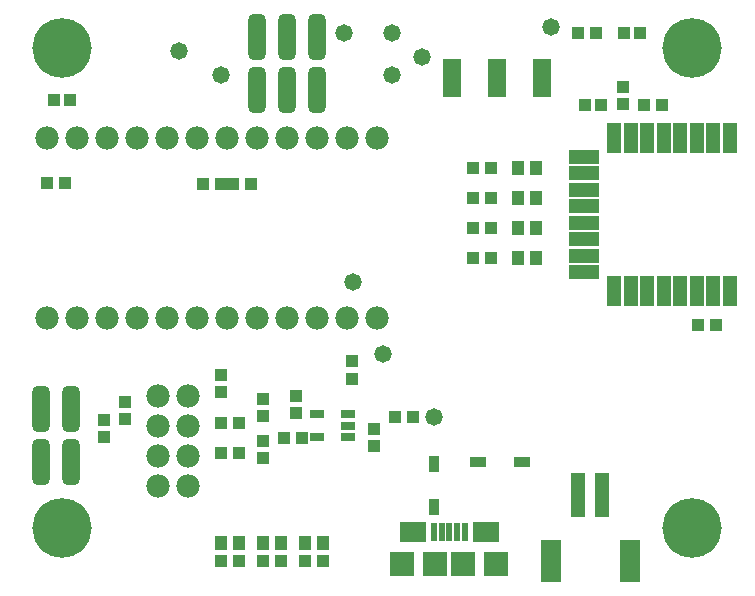
<source format=gts>
G04 Layer_Color=8388736*
%FSAX24Y24*%
%MOIN*%
G70*
G01*
G75*
%ADD39R,0.0395X0.0434*%
%ADD40R,0.0474X0.1045*%
%ADD41R,0.1045X0.0474*%
%ADD42R,0.0395X0.0415*%
%ADD43R,0.0434X0.0454*%
%ADD44R,0.0493X0.0297*%
%ADD45R,0.0415X0.0395*%
%ADD46R,0.0434X0.0395*%
%ADD47R,0.0237X0.0611*%
%ADD48R,0.0907X0.0710*%
%ADD49R,0.0789X0.0828*%
%ADD50R,0.0828X0.0828*%
%ADD51R,0.0474X0.1458*%
%ADD52R,0.0671X0.1419*%
%ADD53R,0.0631X0.1261*%
%ADD54R,0.0356X0.0552*%
%ADD55R,0.0552X0.0356*%
G04:AMPARAMS|DCode=56|XSize=58mil|YSize=152.9mil|CornerRadius=16.5mil|HoleSize=0mil|Usage=FLASHONLY|Rotation=180.000|XOffset=0mil|YOffset=0mil|HoleType=Round|Shape=RoundedRectangle|*
%AMROUNDEDRECTD56*
21,1,0.0580,0.1199,0,0,180.0*
21,1,0.0250,0.1529,0,0,180.0*
1,1,0.0330,-0.0125,0.0599*
1,1,0.0330,0.0125,0.0599*
1,1,0.0330,0.0125,-0.0599*
1,1,0.0330,-0.0125,-0.0599*
%
%ADD56ROUNDEDRECTD56*%
%ADD57C,0.0780*%
%ADD58O,0.1980X0.1990*%
%ADD59C,0.0580*%
D39*
X023295Y031500D02*
D03*
X022705D02*
D03*
X025495Y029100D02*
D03*
X024905D02*
D03*
X011395Y013900D02*
D03*
X010805D02*
D03*
X019795Y024000D02*
D03*
X019205D02*
D03*
X026705Y021750D02*
D03*
X027295D02*
D03*
X010805Y017500D02*
D03*
X011395D02*
D03*
X010805Y018500D02*
D03*
X011395D02*
D03*
X016605Y018700D02*
D03*
X017195D02*
D03*
X019795Y027000D02*
D03*
X019205D02*
D03*
X019795Y026000D02*
D03*
X019205D02*
D03*
X019795Y025000D02*
D03*
X019205D02*
D03*
X010795Y026450D02*
D03*
X010205D02*
D03*
X011795D02*
D03*
X011205D02*
D03*
X005595Y026500D02*
D03*
X005005D02*
D03*
X012205Y013900D02*
D03*
X012795D02*
D03*
X013605D02*
D03*
X014195D02*
D03*
X012905Y018000D02*
D03*
X013495D02*
D03*
D40*
X027750Y028000D02*
D03*
X027199D02*
D03*
X026648D02*
D03*
X026096D02*
D03*
X025545D02*
D03*
X024994D02*
D03*
X024443D02*
D03*
X023892D02*
D03*
Y022882D02*
D03*
X024443D02*
D03*
X024994D02*
D03*
X025545D02*
D03*
X026096D02*
D03*
X026648D02*
D03*
X027199D02*
D03*
X027750D02*
D03*
D41*
X022907Y027370D02*
D03*
Y026819D02*
D03*
Y026268D02*
D03*
Y025717D02*
D03*
Y024614D02*
D03*
Y024063D02*
D03*
Y023512D02*
D03*
Y025165D02*
D03*
D42*
X024776Y031500D02*
D03*
X024224D02*
D03*
X022924Y029100D02*
D03*
X023476D02*
D03*
X005776Y029250D02*
D03*
X005224D02*
D03*
D43*
X013595Y014500D02*
D03*
X014205D02*
D03*
X012195D02*
D03*
X012805D02*
D03*
X010795D02*
D03*
X011405D02*
D03*
X021305Y027000D02*
D03*
X020695D02*
D03*
X021305Y026000D02*
D03*
X020695D02*
D03*
X021305Y025000D02*
D03*
X020695D02*
D03*
X021305Y024000D02*
D03*
X020695D02*
D03*
D44*
X013978Y018026D02*
D03*
Y018774D02*
D03*
X015022D02*
D03*
Y018400D02*
D03*
Y018026D02*
D03*
D45*
X013300Y019376D02*
D03*
Y018824D02*
D03*
X012200Y017876D02*
D03*
Y017324D02*
D03*
X010800Y019524D02*
D03*
Y020076D02*
D03*
X015900Y017724D02*
D03*
Y018276D02*
D03*
D46*
X006900Y018005D02*
D03*
Y018595D02*
D03*
X007600Y018605D02*
D03*
Y019195D02*
D03*
X015150Y019955D02*
D03*
Y020545D02*
D03*
X024200Y029105D02*
D03*
Y029695D02*
D03*
X012200Y018705D02*
D03*
Y019295D02*
D03*
D47*
X018400Y014853D02*
D03*
X018656D02*
D03*
X018912D02*
D03*
X018144D02*
D03*
X017888D02*
D03*
D48*
X017180Y014863D02*
D03*
X019620D02*
D03*
D49*
X016825Y013800D02*
D03*
X019975D02*
D03*
D50*
X017928D02*
D03*
X018872D02*
D03*
D51*
X022706Y016089D02*
D03*
X023494D02*
D03*
D52*
X024419Y013904D02*
D03*
X021781D02*
D03*
D53*
X018500Y030000D02*
D03*
X021500D02*
D03*
X020000D02*
D03*
D54*
X017900Y017128D02*
D03*
Y015672D02*
D03*
D55*
X019372Y017200D02*
D03*
X020828D02*
D03*
D56*
X005800Y018948D02*
D03*
X004800D02*
D03*
Y017200D02*
D03*
X005800D02*
D03*
X014000Y029600D02*
D03*
X013000D02*
D03*
X012000D02*
D03*
Y031348D02*
D03*
X013000D02*
D03*
X014000D02*
D03*
D57*
X005000Y022000D02*
D03*
X006000D02*
D03*
X007000D02*
D03*
X008000D02*
D03*
X009000D02*
D03*
X010000D02*
D03*
X011000D02*
D03*
X012000D02*
D03*
X013000D02*
D03*
X014000D02*
D03*
X015000D02*
D03*
X016000D02*
D03*
Y028000D02*
D03*
X015000D02*
D03*
X014000D02*
D03*
X013000D02*
D03*
X012000D02*
D03*
X011000D02*
D03*
X010000D02*
D03*
X009000D02*
D03*
X008000D02*
D03*
X007000D02*
D03*
X006000D02*
D03*
X005000D02*
D03*
X008700Y016400D02*
D03*
X009700D02*
D03*
X008700Y017400D02*
D03*
X009700D02*
D03*
X008700Y018400D02*
D03*
X009700D02*
D03*
X008700Y019400D02*
D03*
X009700D02*
D03*
D58*
X026500Y031000D02*
D03*
X005500D02*
D03*
Y015000D02*
D03*
X026500D02*
D03*
D59*
X016200Y020800D02*
D03*
X015200Y023200D02*
D03*
X017900Y018700D02*
D03*
X016500Y031500D02*
D03*
X014900D02*
D03*
X016500Y030100D02*
D03*
X010800D02*
D03*
X021800Y031700D02*
D03*
X017500Y030700D02*
D03*
X009400Y030900D02*
D03*
M02*

</source>
